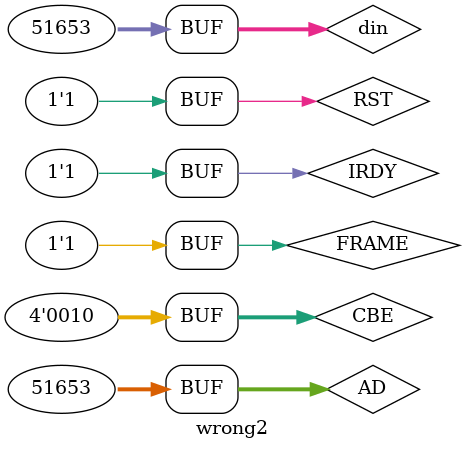
<source format=v>
`timescale 1ns / 1ps


module wrong2;

	//inout
	wire [31:0] AD;
	assign AD = (IRDY == 1 || cbuffer != 4'b0010 ) ? din:32'bz;


	// Inputs
	reg [3:0] CBE;
	reg FRAME;
	wire TRDY;
	reg IRDY;
	wire DEVSEL;
	reg RST;
	wire CLK;
	reg [31:0] din;	//for write in AD
	
	//SAVE THE COMMAND
	reg [3:0] cbuffer;
	always@(negedge IRDY)
		begin
			cbuffer = CBE;
		end	
		

	// Instantiate the Unit Under Test (UUT)
	PCI_Slave uut (
		.AD(AD),
		.CBE(CBE), 
		.FRAME(FRAME),
		.TRDY(TRDY), 
		.IRDY(IRDY),
		.DEVSEL(DEVSEL),
		.CLK(CLK), 
		.RST(RST)
		/*
		.test(test),
		.i(i)
		*/
	);

	initial begin
		//READ
		RST = 1;
		#50
		RST = 0;
		#50
		RST = 1;
		CBE = 0;
		FRAME = 1;
		IRDY = 1'b1;
		din = 51653;
		#100
		CBE = 4'b0010;
		FRAME = 1;
		IRDY = 1'b1;
		din = 51653;

	end
	
	

endmodule


</source>
